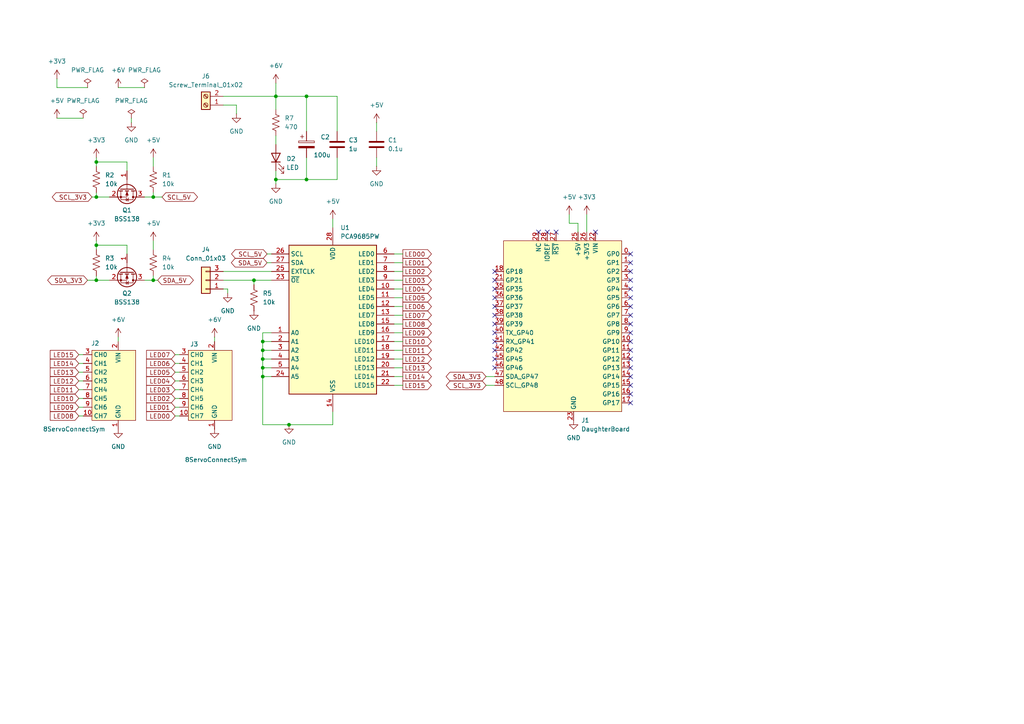
<source format=kicad_sch>
(kicad_sch (version 20231120) (generator "eeschema") (generator_version "8.0")
  (paper "A4")
  (lib_symbols
    (symbol "Connector:Screw_Terminal_01x02" (pin_names (offset 1.016) hide)
      (property "Reference" "J" (at 0 2.54 0))
      (property "Value" "Screw_Terminal_01x02" (at 0 -5.08 0))
      (symbol "Screw_Terminal_01x02_1_1"
        (rectangle (start -1.27 1.27) (end 1.27 -3.81) (stroke (width 0.254)) (fill (type background)))
        (circle (center 0 -2.54) (radius 0.635) (stroke (width 0.1524)))
        (polyline (pts (xy -0.5334 -2.2098) (xy 0.3302 -3.048)) (stroke (width 0.1524)))
        (polyline (pts (xy -0.5334 0.3302) (xy 0.3302 -0.508)) (stroke (width 0.1524)))
        (polyline (pts (xy -0.3556 -2.032) (xy 0.508 -2.8702)) (stroke (width 0.1524)))
        (polyline (pts (xy -0.3556 0.508) (xy 0.508 -0.3302)) (stroke (width 0.1524)))
        (circle (center 0 0) (radius 0.635) (stroke (width 0.1524)))
        (pin passive line (at -5.08 0 0) (length 3.81) (name "Pin_1") (number "1"))
        (pin passive line (at -5.08 -2.54 0) (length 3.81) (name "Pin_2") (number "2"))
      )
    )
    (symbol "Connector_Generic:Conn_01x03" (pin_names (offset 1.016) hide)
      (property "Reference" "J" (at 0 5.08 0))
      (property "Value" "Conn_01x03" (at 0 -5.08 0))
      (symbol "Conn_01x03_1_1"
        (rectangle (start -1.27 -2.413) (end 0 -2.667) (stroke (width 0.1524)))
        (rectangle (start -1.27 0.127) (end 0 -0.127) (stroke (width 0.1524)))
        (rectangle (start -1.27 2.667) (end 0 2.413) (stroke (width 0.1524)))
        (rectangle (start -1.27 3.81) (end 1.27 -3.81) (stroke (width 0.254)) (fill (type background)))
        (pin passive line (at -5.08 2.54 0) (length 3.81) (name "Pin_1") (number "1"))
        (pin passive line (at -5.08 0 0) (length 3.81) (name "Pin_2") (number "2"))
        (pin passive line (at -5.08 -2.54 0) (length 3.81) (name "Pin_3") (number "3"))
      )
    )
    (symbol "Device:C" (pin_numbers hide) (pin_names (offset 0.254))
      (property "Reference" "C" (at 0.635 2.54 0))
      (property "Value" "C" (at 0.635 -2.54 0))
      (symbol "C_0_1"
        (polyline (pts (xy -2.032 -0.762) (xy 2.032 -0.762)) (stroke (width 0.508)))
        (polyline (pts (xy -2.032 0.762) (xy 2.032 0.762)) (stroke (width 0.508)))
      )
      (symbol "C_1_1"
        (pin passive line (at 0 3.81 270) (length 2.794) (name "~") (number "1"))
        (pin passive line (at 0 -3.81 90) (length 2.794) (name "~") (number "2"))
      )
    )
    (symbol "Device:C_Polarized" (pin_numbers hide) (pin_names (offset 0.254))
      (property "Reference" "C" (at 0.635 2.54 0))
      (property "Value" "C_Polarized" (at 0.635 -2.54 0))
      (symbol "C_Polarized_0_1"
        (rectangle (start -2.286 0.508) (end 2.286 1.016))
        (polyline (pts (xy -1.778 2.286) (xy -0.762 2.286)))
        (polyline (pts (xy -1.27 2.794) (xy -1.27 1.778)))
        (rectangle (start 2.286 -0.508) (end -2.286 -1.016) (fill (type outline)))
      )
      (symbol "C_Polarized_1_1"
        (pin passive line (at 0 3.81 270) (length 2.794) (name "~") (number "1"))
        (pin passive line (at 0 -3.81 90) (length 2.794) (name "~") (number "2"))
      )
    )
    (symbol "Device:LED" (pin_numbers hide) (pin_names (offset 1.016) hide)
      (property "Reference" "D" (at 0 2.54 0))
      (property "Value" "LED" (at 0 -2.54 0))
      (symbol "LED_0_1"
        (polyline (pts (xy -1.27 -1.27) (xy -1.27 1.27)) (stroke (width 0.254)))
        (polyline (pts (xy -1.27 0) (xy 1.27 0)))
        (polyline (pts (xy 1.27 -1.27) (xy 1.27 1.27) (xy -1.27 0) (xy 1.27 -1.27)) (stroke (width 0.254)))
        (polyline (pts (xy -3.048 -0.762) (xy -4.572 -2.286) (xy -3.81 -2.286) (xy -4.572 -2.286) (xy -4.572 -1.524)))
        (polyline (pts (xy -1.778 -0.762) (xy -3.302 -2.286) (xy -2.54 -2.286) (xy -3.302 -2.286) (xy -3.302 -1.524)))
      )
      (symbol "LED_1_1"
        (pin passive line (at -3.81 0 0) (length 2.54) (name "K") (number "1"))
        (pin passive line (at 3.81 0 180) (length 2.54) (name "A") (number "2"))
      )
    )
    (symbol "Device:R_US" (pin_numbers hide) (pin_names (offset 0))
      (property "Reference" "R" (at 2.54 0 90))
      (property "Value" "R_US" (at -2.54 0 90))
      (symbol "R_US_0_1"
        (polyline (pts (xy 0 -2.286) (xy 0 -2.54)))
        (polyline (pts (xy 0 2.286) (xy 0 2.54)))
        (polyline (pts (xy 0 -0.762) (xy 1.016 -1.143) (xy 0 -1.524) (xy -1.016 -1.905) (xy 0 -2.286)))
        (polyline (pts (xy 0 0.762) (xy 1.016 0.381) (xy 0 0) (xy -1.016 -0.381) (xy 0 -0.762)))
        (polyline (pts (xy 0 2.286) (xy 1.016 1.905) (xy 0 1.524) (xy -1.016 1.143) (xy 0 0.762)))
      )
      (symbol "R_US_1_1"
        (pin passive line (at 0 3.81 270) (length 1.27) (name "~") (number "1"))
        (pin passive line (at 0 -3.81 90) (length 1.27) (name "~") (number "2"))
      )
    )
    (symbol "Driver_LED:PCA9685PW"
      (property "Reference" "U" (at -12.7 22.225 0))
      (property "Value" "PCA9685PW" (at 1.27 22.225 0))
      (symbol "PCA9685PW_0_1"
        (rectangle (start -12.7 20.32) (end 12.7 -22.86) (stroke (width 0.254)) (fill (type background)))
      )
      (symbol "PCA9685PW_1_1"
        (pin input line (at -17.78 -5.08 0) (length 5.08) (name "A0") (number "1"))
        (pin output line (at 17.78 7.62 180) (length 5.08) (name "LED4") (number "10"))
        (pin output line (at 17.78 5.08 180) (length 5.08) (name "LED5") (number "11"))
        (pin output line (at 17.78 2.54 180) (length 5.08) (name "LED6") (number "12"))
        (pin output line (at 17.78 0 180) (length 5.08) (name "LED7") (number "13"))
        (pin power_in line (at 0 -27.94 90) (length 5.08) (name "VSS") (number "14"))
        (pin output line (at 17.78 -2.54 180) (length 5.08) (name "LED8") (number "15"))
        (pin output line (at 17.78 -5.08 180) (length 5.08) (name "LED9") (number "16"))
        (pin output line (at 17.78 -7.62 180) (length 5.08) (name "LED10") (number "17"))
        (pin output line (at 17.78 -10.16 180) (length 5.08) (name "LED11") (number "18"))
        (pin output line (at 17.78 -12.7 180) (length 5.08) (name "LED12") (number "19"))
        (pin input line (at -17.78 -7.62 0) (length 5.08) (name "A1") (number "2"))
        (pin output line (at 17.78 -15.24 180) (length 5.08) (name "LED13") (number "20"))
        (pin output line (at 17.78 -17.78 180) (length 5.08) (name "LED14") (number "21"))
        (pin output line (at 17.78 -20.32 180) (length 5.08) (name "LED15") (number "22"))
        (pin input line (at -17.78 10.16 0) (length 5.08) (name "~{OE}") (number "23"))
        (pin input line (at -17.78 -17.78 0) (length 5.08) (name "A5") (number "24"))
        (pin input line (at -17.78 12.7 0) (length 5.08) (name "EXTCLK") (number "25"))
        (pin input line (at -17.78 17.78 0) (length 5.08) (name "SCL") (number "26"))
        (pin bidirectional line (at -17.78 15.24 0) (length 5.08) (name "SDA") (number "27"))
        (pin power_in line (at 0 25.4 270) (length 5.08) (name "VDD") (number "28"))
        (pin input line (at -17.78 -10.16 0) (length 5.08) (name "A2") (number "3"))
        (pin input line (at -17.78 -12.7 0) (length 5.08) (name "A3") (number "4"))
        (pin input line (at -17.78 -15.24 0) (length 5.08) (name "A4") (number "5"))
        (pin output line (at 17.78 17.78 180) (length 5.08) (name "LED0") (number "6"))
        (pin output line (at 17.78 15.24 180) (length 5.08) (name "LED1") (number "7"))
        (pin output line (at 17.78 12.7 180) (length 5.08) (name "LED2") (number "8"))
        (pin output line (at 17.78 10.16 180) (length 5.08) (name "LED3") (number "9"))
      )
    )
    (symbol "Transistor_FET:BSS138" (pin_names hide)
      (property "Reference" "Q" (at 5.08 1.905 0))
      (property "Value" "BSS138" (at 5.08 0 0))
      (symbol "BSS138_0_1"
        (polyline (pts (xy 0.254 0) (xy -2.54 0)))
        (polyline (pts (xy 0.254 1.905) (xy 0.254 -1.905)) (stroke (width 0.254)))
        (polyline (pts (xy 0.762 -1.27) (xy 0.762 -2.286)) (stroke (width 0.254)))
        (polyline (pts (xy 0.762 0.508) (xy 0.762 -0.508)) (stroke (width 0.254)))
        (polyline (pts (xy 0.762 2.286) (xy 0.762 1.27)) (stroke (width 0.254)))
        (polyline (pts (xy 2.54 2.54) (xy 2.54 1.778)))
        (polyline (pts (xy 2.54 -2.54) (xy 2.54 0) (xy 0.762 0)))
        (polyline (pts (xy 0.762 -1.778) (xy 3.302 -1.778) (xy 3.302 1.778) (xy 0.762 1.778)))
        (polyline (pts (xy 1.016 0) (xy 2.032 0.381) (xy 2.032 -0.381) (xy 1.016 0)) (fill (type outline)))
        (polyline (pts (xy 2.794 0.508) (xy 2.921 0.381) (xy 3.683 0.381) (xy 3.81 0.254)))
        (polyline (pts (xy 3.302 0.381) (xy 2.921 -0.254) (xy 3.683 -0.254) (xy 3.302 0.381)))
        (circle (center 1.651 0) (radius 2.794) (stroke (width 0.254)))
        (circle (center 2.54 -1.778) (radius 0.254) (fill (type outline)))
        (circle (center 2.54 1.778) (radius 0.254) (fill (type outline)))
      )
      (symbol "BSS138_1_1"
        (pin input line (at -5.08 0 0) (length 2.54) (name "G") (number "1"))
        (pin passive line (at 2.54 -5.08 90) (length 2.54) (name "S") (number "2"))
        (pin passive line (at 2.54 5.08 270) (length 2.54) (name "D") (number "3"))
      )
    )
    (symbol "VCC_2" (power) (pin_numbers hide) (pin_names (offset 0) hide)
      (property "Value" "VCC" (at 0 3.556 0))
      (symbol "VCC_2_0_1"
        (polyline (pts (xy -0.762 1.27) (xy 0 2.54)))
        (polyline (pts (xy 0 0) (xy 0 2.54)))
        (polyline (pts (xy 0 2.54) (xy 0.762 1.27)))
      )
      (symbol "VCC_2_1_1"
        (pin power_in line (at 0 0 90) (length 0) (name "~") (number "1"))
      )
    )
    (symbol "myparts:8ServoConnectSym"
      (property "Reference" "J" (at -17.272 -4.826 0))
      (property "Value" "8ServoConnectSym" (at -3.048 -22.606 0))
      (symbol "8ServoConnectSym_1_1"
        (rectangle (start 0 2.54) (end 12.7 -17.78) (fill (type background)))
        (pin power_in line (at 7.62 -20.32 90) (length 2.54) (name "GND") (number "1"))
        (pin input line (at -2.54 -16.51 0) (length 2.54) (name "CH7") (number "10"))
        (pin power_in line (at 7.62 5.08 270) (length 2.54) (name "VIN") (number "2"))
        (pin input line (at -2.54 1.27 0) (length 2.54) (name "CH0") (number "3"))
        (pin input line (at -2.54 -1.27 0) (length 2.54) (name "CH1") (number "4"))
        (pin input line (at -2.54 -3.81 0) (length 2.54) (name "CH2") (number "5"))
        (pin input line (at -2.54 -6.35 0) (length 2.54) (name "CH3") (number "6"))
        (pin input line (at -2.54 -8.89 0) (length 2.54) (name "CH4") (number "7"))
        (pin input line (at -2.54 -11.43 0) (length 2.54) (name "CH5") (number "8"))
        (pin input line (at -2.54 -13.97 0) (length 2.54) (name "CH6") (number "9"))
      )
    )
    (symbol "myparts:DaughterBoard"
      (property "Reference" "J" (at -19.304 -42.926 0))
      (property "Value" "DaughterBoard" (at -26.67 12.954 0))
      (symbol "DaughterBoard_1_1"
        (rectangle (start -20.32 8.89) (end 13.97 -40.64) (fill (type background)))
        (pin bidirectional line (at 16.51 5.08 180) (length 2.54) (name "GP0") (number "0"))
        (pin bidirectional line (at 16.51 2.54 180) (length 2.54) (name "GP1") (number "1"))
        (pin bidirectional line (at 16.51 -20.32 180) (length 2.54) (name "GP10") (number "10"))
        (pin bidirectional line (at 16.51 -22.86 180) (length 2.54) (name "GP11") (number "11"))
        (pin bidirectional line (at 16.51 -25.4 180) (length 2.54) (name "GP12") (number "12"))
        (pin bidirectional line (at 16.51 -27.94 180) (length 2.54) (name "GP13") (number "13"))
        (pin bidirectional line (at 16.51 -30.48 180) (length 2.54) (name "GP14") (number "14"))
        (pin bidirectional line (at 16.51 -33.02 180) (length 2.54) (name "GP15") (number "15"))
        (pin bidirectional line (at 16.51 -35.56 180) (length 2.54) (name "GP16") (number "16"))
        (pin bidirectional line (at 16.51 -38.1 180) (length 2.54) (name "GP17") (number "17"))
        (pin bidirectional line (at -22.86 0 0) (length 2.54) (name "GP18") (number "18"))
        (pin bidirectional line (at 16.51 0 180) (length 2.54) (name "GP2") (number "2"))
        (pin bidirectional line (at -22.86 -2.54 0) (length 2.54) (name "GP21") (number "21"))
        (pin power_in line (at 6.35 11.43 270) (length 2.54) (name "VIN") (number "22"))
        (pin power_in line (at 0 -43.18 90) (length 2.54) (name "GND") (number "23"))
        (pin power_in line (at 0 -43.18 90) (length 2.54) hide (name "GND") (number "24"))
        (pin power_in line (at 1.27 11.43 270) (length 2.54) (name "+5V") (number "25"))
        (pin power_in line (at 3.81 11.43 270) (length 2.54) (name "+3V3") (number "26"))
        (pin input line (at -5.08 11.43 270) (length 2.54) (name "~{RST}") (number "27"))
        (pin bidirectional line (at -7.62 11.43 270) (length 2.54) (name "IOREF") (number "28"))
        (pin bidirectional line (at -10.16 11.43 270) (length 2.54) (name "NC") (number "29"))
        (pin bidirectional line (at 16.51 -2.54 180) (length 2.54) (name "GP3") (number "3"))
        (pin power_in line (at 0 -43.18 90) (length 2.54) hide (name "GND") (number "30"))
        (pin power_in line (at 3.81 11.43 270) (length 2.54) hide (name "+3V3") (number "32"))
        (pin bidirectional line (at -22.86 -5.08 0) (length 2.54) (name "GP35") (number "35"))
        (pin bidirectional line (at -22.86 -7.62 0) (length 2.54) (name "GP36") (number "36"))
        (pin bidirectional line (at -22.86 -10.16 0) (length 2.54) (name "GP37") (number "37"))
        (pin bidirectional line (at -22.86 -12.7 0) (length 2.54) (name "GP38") (number "38"))
        (pin bidirectional line (at -22.86 -15.24 0) (length 2.54) (name "GP39") (number "39"))
        (pin bidirectional line (at 16.51 -5.08 180) (length 2.54) (name "GP4") (number "4"))
        (pin bidirectional line (at -22.86 -17.78 0) (length 2.54) (name "TX_GP40") (number "40"))
        (pin bidirectional line (at -22.86 -20.32 0) (length 2.54) (name "RX_GP41") (number "41"))
        (pin bidirectional line (at -22.86 -22.86 0) (length 2.54) (name "GP42") (number "42"))
        (pin bidirectional line (at -22.86 -25.4 0) (length 2.54) (name "GP45") (number "45"))
        (pin bidirectional line (at -22.86 -27.94 0) (length 2.54) (name "GP46") (number "46"))
        (pin bidirectional line (at -22.86 -30.48 0) (length 2.54) (name "SDA_GP47") (number "47"))
        (pin bidirectional line (at -22.86 -33.02 0) (length 2.54) (name "SCL_GP48") (number "48"))
        (pin bidirectional line (at 16.51 -7.62 180) (length 2.54) (name "GP5") (number "5"))
        (pin bidirectional line (at 16.51 -10.16 180) (length 2.54) (name "GP6") (number "6"))
        (pin bidirectional line (at 16.51 -12.7 180) (length 2.54) (name "GP7") (number "7"))
        (pin bidirectional line (at 16.51 -15.24 180) (length 2.54) (name "GP8") (number "8"))
        (pin bidirectional line (at 16.51 -17.78 180) (length 2.54) (name "GP9") (number "9"))
      )
    )
    (symbol "power:+3V3" (power) (pin_numbers hide) (pin_names (offset 0) hide)
      (property "Value" "+3V3" (at 0 3.556 0))
      (symbol "+3V3_0_1"
        (polyline (pts (xy -0.762 1.27) (xy 0 2.54)))
        (polyline (pts (xy 0 0) (xy 0 2.54)))
        (polyline (pts (xy 0 2.54) (xy 0.762 1.27)))
      )
      (symbol "+3V3_1_1"
        (pin power_in line (at 0 0 90) (length 0) (name "~") (number "1"))
      )
    )
    (symbol "power:+5V" (power) (pin_numbers hide) (pin_names (offset 0) hide)
      (property "Value" "+5V" (at 0 3.556 0))
      (symbol "+5V_0_1"
        (polyline (pts (xy -0.762 1.27) (xy 0 2.54)))
        (polyline (pts (xy 0 0) (xy 0 2.54)))
        (polyline (pts (xy 0 2.54) (xy 0.762 1.27)))
      )
      (symbol "+5V_1_1"
        (pin power_in line (at 0 0 90) (length 0) (name "~") (number "1"))
      )
    )
    (symbol "power:+6V" (power) (pin_numbers hide) (pin_names (offset 0) hide)
      (property "Value" "+6V" (at 0 3.556 0))
      (symbol "+6V_0_1"
        (polyline (pts (xy -0.762 1.27) (xy 0 2.54)))
        (polyline (pts (xy 0 0) (xy 0 2.54)))
        (polyline (pts (xy 0 2.54) (xy 0.762 1.27)))
      )
      (symbol "+6V_1_1"
        (pin power_in line (at 0 0 90) (length 0) (name "~") (number "1"))
      )
    )
    (symbol "power:GND" (power) (pin_numbers hide) (pin_names (offset 0) hide)
      (property "Value" "GND" (at 0 -3.81 0))
      (symbol "GND_0_1"
        (polyline (pts (xy 0 0) (xy 0 -1.27) (xy 1.27 -1.27) (xy 0 -2.54) (xy -1.27 -1.27) (xy 0 -1.27)))
      )
      (symbol "GND_1_1"
        (pin power_in line (at 0 0 270) (length 0) (name "~") (number "1"))
      )
    )
    (symbol "power:PWR_FLAG" (power) (pin_numbers hide) (pin_names (offset 0) hide)
      (property "Value" "PWR_FLAG" (at 0 3.81 0))
      (symbol "PWR_FLAG_0_0"
        (pin power_out line (at 0 0 90) (length 0) (name "~") (number "1"))
      )
      (symbol "PWR_FLAG_0_1"
        (polyline (pts (xy 0 0) (xy 0 1.27) (xy -1.016 1.905) (xy 0 2.54) (xy 1.016 1.905) (xy 0 1.27)))
      )
    )
  )
  (junction (at 88.9 27.94))
  (junction (at 80.01 27.94))
  (junction (at 27.94 57.15))
  (junction (at 44.45 57.15))
  (junction (at 76.2 101.6))
  (junction (at 27.94 81.28))
  (junction (at 27.94 46.99))
  (junction (at 83.82 123.19))
  (junction (at 88.9 52.07))
  (junction (at 76.2 104.14))
  (junction (at 27.94 71.12))
  (junction (at 76.2 109.22))
  (junction (at 76.2 106.68))
  (junction (at 44.45 81.28))
  (junction (at 76.2 99.06))
  (junction (at 80.01 52.07))
  (junction (at 73.66 81.28))
  (no_connect (at 143.51 106.68))
  (no_connect (at 182.88 99.06))
  (no_connect (at 172.72 67.31))
  (no_connect (at 143.51 88.9))
  (no_connect (at 143.51 104.14))
  (no_connect (at 143.51 78.74))
  (no_connect (at 143.51 81.28))
  (no_connect (at 182.88 76.2))
  (no_connect (at 161.29 67.31))
  (no_connect (at 182.88 114.3))
  (no_connect (at 182.88 96.52))
  (no_connect (at 182.88 111.76))
  (no_connect (at 143.51 86.36))
  (no_connect (at 182.88 101.6))
  (no_connect (at 182.88 81.28))
  (no_connect (at 143.51 91.44))
  (no_connect (at 182.88 78.74))
  (no_connect (at 156.21 67.31))
  (no_connect (at 182.88 86.36))
  (no_connect (at 143.51 83.82))
  (no_connect (at 182.88 73.66))
  (no_connect (at 143.51 96.52))
  (no_connect (at 182.88 88.9))
  (no_connect (at 182.88 91.44))
  (no_connect (at 158.75 67.31))
  (no_connect (at 182.88 104.14))
  (no_connect (at 143.51 93.98))
  (no_connect (at 182.88 83.82))
  (no_connect (at 182.88 116.84))
  (no_connect (at 143.51 99.06))
  (no_connect (at 182.88 106.68))
  (no_connect (at 182.88 109.22))
  (no_connect (at 143.51 101.6))
  (no_connect (at 182.88 93.98))
  (wire (pts (xy 64.77 27.94) (xy 80.01 27.94)))
  (wire (pts (xy 170.18 62.23) (xy 170.18 67.31)))
  (wire (pts (xy 22.86 120.65) (xy 24.13 120.65)))
  (wire (pts (xy 16.51 25.4) (xy 25.4 25.4)))
  (wire (pts (xy 114.3 109.22) (xy 116.84 109.22)))
  (wire (pts (xy 22.86 113.03) (xy 24.13 113.03)))
  (wire (pts (xy 64.77 78.74) (xy 78.74 78.74)))
  (wire (pts (xy 114.3 76.2) (xy 116.84 76.2)))
  (wire (pts (xy 80.01 39.37) (xy 80.01 41.91)))
  (wire (pts (xy 76.2 104.14) (xy 78.74 104.14)))
  (wire (pts (xy 76.2 99.06) (xy 78.74 99.06)))
  (wire (pts (xy 109.22 45.72) (xy 109.22 48.26)))
  (wire (pts (xy 76.2 109.22) (xy 76.2 123.19)))
  (wire (pts (xy 97.79 27.94) (xy 97.79 38.1)))
  (wire (pts (xy 114.3 93.98) (xy 116.84 93.98)))
  (wire (pts (xy 27.94 55.88) (xy 27.94 57.15)))
  (wire (pts (xy 34.29 25.4) (xy 41.91 25.4)))
  (wire (pts (xy 88.9 27.94) (xy 97.79 27.94)))
  (wire (pts (xy 50.8 113.03) (xy 52.07 113.03)))
  (wire (pts (xy 50.8 110.49) (xy 52.07 110.49)))
  (wire (pts (xy 77.47 73.66) (xy 78.74 73.66)))
  (wire (pts (xy 22.86 110.49) (xy 24.13 110.49)))
  (wire (pts (xy 114.3 91.44) (xy 116.84 91.44)))
  (wire (pts (xy 44.45 55.88) (xy 44.45 57.15)))
  (wire (pts (xy 88.9 45.72) (xy 88.9 52.07)))
  (wire (pts (xy 114.3 86.36) (xy 116.84 86.36)))
  (wire (pts (xy 22.86 115.57) (xy 24.13 115.57)))
  (wire (pts (xy 80.01 27.94) (xy 88.9 27.94)))
  (wire (pts (xy 50.8 120.65) (xy 52.07 120.65)))
  (wire (pts (xy 31.75 57.15) (xy 27.94 57.15)))
  (wire (pts (xy 73.66 81.28) (xy 73.66 82.55)))
  (wire (pts (xy 50.8 105.41) (xy 52.07 105.41)))
  (wire (pts (xy 114.3 101.6) (xy 116.84 101.6)))
  (wire (pts (xy 44.45 80.01) (xy 44.45 81.28)))
  (wire (pts (xy 114.3 111.76) (xy 116.84 111.76)))
  (wire (pts (xy 76.2 123.19) (xy 83.82 123.19)))
  (wire (pts (xy 50.8 107.95) (xy 52.07 107.95)))
  (wire (pts (xy 41.91 81.28) (xy 44.45 81.28)))
  (wire (pts (xy 34.29 97.79) (xy 34.29 99.06)))
  (wire (pts (xy 64.77 81.28) (xy 73.66 81.28)))
  (wire (pts (xy 44.45 81.28) (xy 45.72 81.28)))
  (wire (pts (xy 140.97 111.76) (xy 143.51 111.76)))
  (wire (pts (xy 16.51 34.29) (xy 24.13 34.29)))
  (wire (pts (xy 114.3 78.74) (xy 116.84 78.74)))
  (wire (pts (xy 36.83 71.12) (xy 36.83 73.66)))
  (wire (pts (xy 31.75 81.28) (xy 27.94 81.28)))
  (wire (pts (xy 64.77 30.48) (xy 68.58 30.48)))
  (wire (pts (xy 76.2 104.14) (xy 76.2 101.6)))
  (wire (pts (xy 114.3 106.68) (xy 116.84 106.68)))
  (wire (pts (xy 78.74 109.22) (xy 76.2 109.22)))
  (wire (pts (xy 80.01 52.07) (xy 80.01 53.34)))
  (wire (pts (xy 165.1 64.77) (xy 167.64 64.77)))
  (wire (pts (xy 96.52 63.5) (xy 96.52 66.04)))
  (wire (pts (xy 83.82 123.19) (xy 96.52 123.19)))
  (wire (pts (xy 16.51 22.86) (xy 16.51 25.4)))
  (wire (pts (xy 80.01 27.94) (xy 80.01 31.75)))
  (wire (pts (xy 36.83 46.99) (xy 36.83 49.53)))
  (wire (pts (xy 64.77 83.82) (xy 66.04 83.82)))
  (wire (pts (xy 27.94 80.01) (xy 27.94 81.28)))
  (wire (pts (xy 22.86 118.11) (xy 24.13 118.11)))
  (wire (pts (xy 76.2 101.6) (xy 78.74 101.6)))
  (wire (pts (xy 38.1 34.29) (xy 38.1 35.56)))
  (wire (pts (xy 114.3 99.06) (xy 116.84 99.06)))
  (wire (pts (xy 76.2 106.68) (xy 76.2 104.14)))
  (wire (pts (xy 77.47 76.2) (xy 78.74 76.2)))
  (wire (pts (xy 140.97 109.22) (xy 143.51 109.22)))
  (wire (pts (xy 44.45 45.72) (xy 44.45 48.26)))
  (wire (pts (xy 80.01 52.07) (xy 88.9 52.07)))
  (wire (pts (xy 167.64 64.77) (xy 167.64 67.31)))
  (wire (pts (xy 22.86 105.41) (xy 24.13 105.41)))
  (wire (pts (xy 62.23 97.79) (xy 62.23 99.06)))
  (wire (pts (xy 76.2 101.6) (xy 76.2 99.06)))
  (wire (pts (xy 97.79 52.07) (xy 88.9 52.07)))
  (wire (pts (xy 96.52 119.38) (xy 96.52 123.19)))
  (wire (pts (xy 68.58 30.48) (xy 68.58 33.02)))
  (wire (pts (xy 80.01 49.53) (xy 80.01 52.07)))
  (wire (pts (xy 27.94 45.72) (xy 27.94 46.99)))
  (wire (pts (xy 88.9 38.1) (xy 88.9 27.94)))
  (wire (pts (xy 44.45 57.15) (xy 46.99 57.15)))
  (wire (pts (xy 50.8 102.87) (xy 52.07 102.87)))
  (wire (pts (xy 27.94 46.99) (xy 27.94 48.26)))
  (wire (pts (xy 114.3 104.14) (xy 116.84 104.14)))
  (wire (pts (xy 27.94 71.12) (xy 36.83 71.12)))
  (wire (pts (xy 66.04 83.82) (xy 66.04 85.09)))
  (wire (pts (xy 165.1 62.23) (xy 165.1 64.77)))
  (wire (pts (xy 80.01 24.13) (xy 80.01 27.94)))
  (wire (pts (xy 73.66 81.28) (xy 78.74 81.28)))
  (wire (pts (xy 114.3 96.52) (xy 116.84 96.52)))
  (wire (pts (xy 76.2 106.68) (xy 78.74 106.68)))
  (wire (pts (xy 76.2 96.52) (xy 78.74 96.52)))
  (wire (pts (xy 22.86 107.95) (xy 24.13 107.95)))
  (wire (pts (xy 114.3 81.28) (xy 116.84 81.28)))
  (wire (pts (xy 114.3 88.9) (xy 116.84 88.9)))
  (wire (pts (xy 50.8 118.11) (xy 52.07 118.11)))
  (wire (pts (xy 26.67 57.15) (xy 27.94 57.15)))
  (wire (pts (xy 76.2 109.22) (xy 76.2 106.68)))
  (wire (pts (xy 25.4 81.28) (xy 27.94 81.28)))
  (wire (pts (xy 27.94 46.99) (xy 36.83 46.99)))
  (wire (pts (xy 109.22 35.56) (xy 109.22 38.1)))
  (wire (pts (xy 44.45 69.85) (xy 44.45 72.39)))
  (wire (pts (xy 50.8 115.57) (xy 52.07 115.57)))
  (wire (pts (xy 114.3 73.66) (xy 116.84 73.66)))
  (wire (pts (xy 76.2 99.06) (xy 76.2 96.52)))
  (wire (pts (xy 22.86 102.87) (xy 24.13 102.87)))
  (wire (pts (xy 27.94 71.12) (xy 27.94 72.39)))
  (wire (pts (xy 97.79 45.72) (xy 97.79 52.07)))
  (wire (pts (xy 114.3 83.82) (xy 116.84 83.82)))
  (wire (pts (xy 41.91 57.15) (xy 44.45 57.15)))
  (wire (pts (xy 27.94 69.85) (xy 27.94 71.12)))
  (global_label "SDA_3V3" (shape bidirectional) (at 140.97 109.22 180) (property "Intersheetrefs" "${INTERSHEET_REFS}" (effects (hide yes))))
  (global_label "LED13" (shape output) (at 116.84 106.68 0) (property "Intersheetrefs" "${INTERSHEET_REFS}" (effects (hide yes))))
  (global_label "LED13" (shape input) (at 22.86 107.95 180) (property "Intersheetrefs" "${INTERSHEET_REFS}" (effects (hide yes))))
  (global_label "SCL_3V3" (shape bidirectional) (at 26.67 57.15 180) (property "Intersheetrefs" "${INTERSHEET_REFS}" (effects (hide yes))))
  (global_label "LED07" (shape input) (at 50.8 102.87 180) (property "Intersheetrefs" "${INTERSHEET_REFS}" (effects (hide yes))))
  (global_label "LED15" (shape input) (at 22.86 102.87 180) (property "Intersheetrefs" "${INTERSHEET_REFS}" (effects (hide yes))))
  (global_label "LED04" (shape output) (at 116.84 83.82 0) (property "Intersheetrefs" "${INTERSHEET_REFS}" (effects (hide yes))))
  (global_label "LED02" (shape input) (at 50.8 115.57 180) (property "Intersheetrefs" "${INTERSHEET_REFS}" (effects (hide yes))))
  (global_label "LED09" (shape input) (at 22.86 118.11 180) (property "Intersheetrefs" "${INTERSHEET_REFS}" (effects (hide yes))))
  (global_label "SDA_5V" (shape bidirectional) (at 77.47 76.2 180) (property "Intersheetrefs" "${INTERSHEET_REFS}" (effects (hide yes))))
  (global_label "LED08" (shape input) (at 22.86 120.65 180) (property "Intersheetrefs" "${INTERSHEET_REFS}" (effects (hide yes))))
  (global_label "LED12" (shape output) (at 116.84 104.14 0) (property "Intersheetrefs" "${INTERSHEET_REFS}" (effects (hide yes))))
  (global_label "SDA_5V" (shape bidirectional) (at 45.72 81.28 0) (property "Intersheetrefs" "${INTERSHEET_REFS}" (effects (hide yes))))
  (global_label "SCL_5V" (shape bidirectional) (at 77.47 73.66 180) (property "Intersheetrefs" "${INTERSHEET_REFS}" (effects (hide yes))))
  (global_label "LED06" (shape output) (at 116.84 88.9 0) (property "Intersheetrefs" "${INTERSHEET_REFS}" (effects (hide yes))))
  (global_label "LED05" (shape output) (at 116.84 86.36 0) (property "Intersheetrefs" "${INTERSHEET_REFS}" (effects (hide yes))))
  (global_label "SDA_3V3" (shape bidirectional) (at 25.4 81.28 180) (property "Intersheetrefs" "${INTERSHEET_REFS}" (effects (hide yes))))
  (global_label "LED06" (shape input) (at 50.8 105.41 180) (property "Intersheetrefs" "${INTERSHEET_REFS}" (effects (hide yes))))
  (global_label "LED14" (shape output) (at 116.84 109.22 0) (property "Intersheetrefs" "${INTERSHEET_REFS}" (effects (hide yes))))
  (global_label "LED14" (shape input) (at 22.86 105.41 180) (property "Intersheetrefs" "${INTERSHEET_REFS}" (effects (hide yes))))
  (global_label "LED00" (shape input) (at 50.8 120.65 180) (property "Intersheetrefs" "${INTERSHEET_REFS}" (effects (hide yes))))
  (global_label "LED02" (shape output) (at 116.84 78.74 0) (property "Intersheetrefs" "${INTERSHEET_REFS}" (effects (hide yes))))
  (global_label "LED10" (shape output) (at 116.84 99.06 0) (property "Intersheetrefs" "${INTERSHEET_REFS}" (effects (hide yes))))
  (global_label "LED09" (shape output) (at 116.84 96.52 0) (property "Intersheetrefs" "${INTERSHEET_REFS}" (effects (hide yes))))
  (global_label "SCL_5V" (shape bidirectional) (at 46.99 57.15 0) (property "Intersheetrefs" "${INTERSHEET_REFS}" (effects (hide yes))))
  (global_label "LED01" (shape output) (at 116.84 76.2 0) (property "Intersheetrefs" "${INTERSHEET_REFS}" (effects (hide yes))))
  (global_label "LED12" (shape input) (at 22.86 110.49 180) (property "Intersheetrefs" "${INTERSHEET_REFS}" (effects (hide yes))))
  (global_label "LED08" (shape output) (at 116.84 93.98 0) (property "Intersheetrefs" "${INTERSHEET_REFS}" (effects (hide yes))))
  (global_label "LED11" (shape output) (at 116.84 101.6 0) (property "Intersheetrefs" "${INTERSHEET_REFS}" (effects (hide yes))))
  (global_label "LED11" (shape input) (at 22.86 113.03 180) (property "Intersheetrefs" "${INTERSHEET_REFS}" (effects (hide yes))))
  (global_label "LED15" (shape output) (at 116.84 111.76 0) (property "Intersheetrefs" "${INTERSHEET_REFS}" (effects (hide yes))))
  (global_label "LED10" (shape input) (at 22.86 115.57 180) (property "Intersheetrefs" "${INTERSHEET_REFS}" (effects (hide yes))))
  (global_label "LED05" (shape input) (at 50.8 107.95 180) (property "Intersheetrefs" "${INTERSHEET_REFS}" (effects (hide yes))))
  (global_label "LED07" (shape output) (at 116.84 91.44 0) (property "Intersheetrefs" "${INTERSHEET_REFS}" (effects (hide yes))))
  (global_label "LED04" (shape input) (at 50.8 110.49 180) (property "Intersheetrefs" "${INTERSHEET_REFS}" (effects (hide yes))))
  (global_label "LED03" (shape output) (at 116.84 81.28 0) (property "Intersheetrefs" "${INTERSHEET_REFS}" (effects (hide yes))))
  (global_label "LED01" (shape input) (at 50.8 118.11 180) (property "Intersheetrefs" "${INTERSHEET_REFS}" (effects (hide yes))))
  (global_label "LED03" (shape input) (at 50.8 113.03 180) (property "Intersheetrefs" "${INTERSHEET_REFS}" (effects (hide yes))))
  (global_label "LED00" (shape output) (at 116.84 73.66 0) (property "Intersheetrefs" "${INTERSHEET_REFS}" (effects (hide yes))))
  (global_label "SCL_3V3" (shape bidirectional) (at 140.97 111.76 180) (property "Intersheetrefs" "${INTERSHEET_REFS}" (effects (hide yes))))
  (symbol (lib_id "myparts:8ServoConnectSym") (at 26.67 104.14 0) (unit 1)
    (property "Reference" "J2" (at 26.416 99.568 0) (effects (justify left)))
    (property "Value" "8ServoConnectSym" (at 12.446 124.46 0) (effects (justify left)))
    (property "Footprint" "myparts:8ServoConnect" (effects (hide yes)))
  )
  (symbol (lib_id "power:GND") (at 38.1 35.56 0) (unit 1)
    (property "Reference" "#PWR022" (effects (hide yes)))
    (property "Value" "GND" (at 38.1 40.64 0))
    (property "Description" "Power symbol creates a global label with name \"GND\" , ground" (effects (hide yes)))
  )
  (symbol (lib_id "Device:R_US") (at 27.94 76.2 0) (unit 1)
    (property "Reference" "R3" (at 30.48 74.9299 0) (effects (justify left)))
    (property "Value" "10k" (at 30.48 77.4699 0) (effects (justify left)))
    (property "Footprint" "Resistor_SMD:R_1206_3216Metric_Pad1.30x1.75mm_HandSolder" (effects (hide yes)))
    (property "Description" "Resistor, US symbol" (effects (hide yes)))
  )
  (symbol (lib_id "Device:R_US") (at 73.66 86.36 0) (unit 1)
    (property "Reference" "R5" (at 76.2 85.0899 0) (effects (justify left)))
    (property "Value" "10k" (at 76.2 87.6299 0) (effects (justify left)))
    (property "Footprint" "Resistor_SMD:R_1206_3216Metric_Pad1.30x1.75mm_HandSolder" (effects (hide yes)))
    (property "Description" "Resistor, US symbol" (effects (hide yes)))
  )
  (symbol (lib_id "Device:LED") (at 80.01 45.72 90) (unit 1)
    (property "Reference" "D2" (at 83.058 46.0375 90) (effects (justify right)))
    (property "Value" "LED" (at 83.058 48.5775 90) (effects (justify right)))
    (property "Footprint" "LED_SMD:LED_1206_3216Metric_Pad1.42x1.75mm_HandSolder" (effects (hide yes)))
  )
  (symbol (lib_id "power:+5V") (at 109.22 35.56 0) (unit 1)
    (property "Reference" "#PWR023" (effects (hide yes)))
    (property "Value" "+5V" (at 109.22 30.48 0))
    (property "Description" "Power symbol creates a global label with name \"+5V\"" (effects (hide yes)))
  )
  (symbol (lib_id "power:+5V") (at 96.52 63.5 0) (unit 1)
    (property "Reference" "#PWR06" (effects (hide yes)))
    (property "Value" "+5V" (at 96.52 58.42 0))
    (property "Description" "Power symbol creates a global label with name \"+5V\"" (effects (hide yes)))
  )
  (symbol (lib_id "power:PWR_FLAG") (at 25.4 25.4 0) (unit 1)
    (property "Reference" "#FLG01" (effects (hide yes)))
    (property "Value" "PWR_FLAG" (at 25.4 20.32 0))
    (property "Description" "Special symbol for telling ERC where power comes from" (effects (hide yes)))
  )
  (symbol (lib_id "Device:R_US") (at 44.45 52.07 0) (unit 1)
    (property "Reference" "R1" (at 46.99 50.7999 0) (effects (justify left)))
    (property "Value" "10k" (at 46.99 53.3399 0) (effects (justify left)))
    (property "Footprint" "Resistor_SMD:R_1206_3216Metric_Pad1.30x1.75mm_HandSolder" (effects (hide yes)))
    (property "Description" "Resistor, US symbol" (effects (hide yes)))
  )
  (symbol (lib_id "Driver_LED:PCA9685PW") (at 96.52 91.44 0) (unit 1)
    (property "Reference" "U1" (at 98.7141 66.04 0) (effects (justify left)))
    (property "Value" "PCA9685PW" (at 98.7141 68.58 0) (effects (justify left)))
    (property "Footprint" "Package_SO:TSSOP-28_4.4x9.7mm_P0.65mm" (effects (hide yes)))
    (property "Datasheet" "http://www.nxp.com/docs/en/data-sheet/PCA9685.pdf" (effects (hide yes)))
    (property "Description" "16-channel 12-bit PWM Fm+ I2C-bus LED controller RGBA TSSOP" (effects (hide yes)))
  )
  (symbol (lib_id "power:GND") (at 80.01 53.34 0) (unit 1)
    (property "Reference" "#PWR017" (effects (hide yes)))
    (property "Value" "GND" (at 80.01 58.42 0))
    (property "Description" "Power symbol creates a global label with name \"GND\" , ground" (effects (hide yes)))
  )
  (symbol (lib_id "power:GND") (at 109.22 48.26 0) (unit 1)
    (property "Reference" "#PWR024" (effects (hide yes)))
    (property "Value" "GND" (at 109.22 53.34 0))
    (property "Description" "Power symbol creates a global label with name \"GND\" , ground" (effects (hide yes)))
  )
  (symbol (lib_name "VCC_2") (lib_id "power:VCC") (at 80.01 24.13 0) (unit 1)
    (property "Reference" "#PWR016" (effects (hide yes)))
    (property "Value" "+6V" (at 80.01 19.05 0))
    (property "Description" "Power symbol creates a global label with name \"VCC\"" (effects (hide yes)))
  )
  (symbol (lib_id "power:+5V") (at 16.51 34.29 0) (unit 1)
    (property "Reference" "#PWR020" (effects (hide yes)))
    (property "Value" "+5V" (at 16.51 29.21 0))
    (property "Description" "Power symbol creates a global label with name \"+5V\"" (effects (hide yes)))
  )
  (symbol (lib_id "power:PWR_FLAG") (at 38.1 34.29 0) (unit 1)
    (property "Reference" "#FLG04" (effects (hide yes)))
    (property "Value" "PWR_FLAG" (at 38.1 29.21 0))
    (property "Description" "Special symbol for telling ERC where power comes from" (effects (hide yes)))
  )
  (symbol (lib_id "power:+5V") (at 44.45 45.72 0) (unit 1)
    (property "Reference" "#PWR02" (effects (hide yes)))
    (property "Value" "+5V" (at 44.45 40.64 0))
    (property "Description" "Power symbol creates a global label with name \"+5V\"" (effects (hide yes)))
  )
  (symbol (lib_id "power:+3V3") (at 27.94 45.72 0) (unit 1)
    (property "Reference" "#PWR01" (effects (hide yes)))
    (property "Value" "+3V3" (at 27.94 40.64 0))
    (property "Description" "Power symbol creates a global label with name \"+3V3\"" (effects (hide yes)))
  )
  (symbol (lib_id "power:+3V3") (at 16.51 22.86 0) (unit 1)
    (property "Reference" "#PWR019" (effects (hide yes)))
    (property "Value" "+3V3" (at 16.51 17.78 0))
    (property "Description" "Power symbol creates a global label with name \"+3V3\"" (effects (hide yes)))
  )
  (symbol (lib_id "Transistor_FET:BSS138") (at 36.83 54.61 270) (unit 1)
    (property "Reference" "Q1" (at 36.83 60.96 90))
    (property "Value" "BSS138" (at 36.83 63.5 90))
    (property "Footprint" "Package_TO_SOT_SMD:SOT-23" (effects (hide yes)))
    (property "Datasheet" "https://www.onsemi.com/pub/Collateral/BSS138-D.PDF" (effects (hide yes)))
    (property "Description" "50V Vds, 0.22A Id, N-Channel MOSFET, SOT-23" (effects (hide yes)))
  )
  (symbol (lib_id "power:+5V") (at 44.45 69.85 0) (unit 1)
    (property "Reference" "#PWR04" (effects (hide yes)))
    (property "Value" "+5V" (at 44.45 64.77 0))
    (property "Description" "Power symbol creates a global label with name \"+5V\"" (effects (hide yes)))
  )
  (symbol (lib_id "power:GND") (at 73.66 90.17 0) (unit 1)
    (property "Reference" "#PWR015" (effects (hide yes)))
    (property "Value" "GND" (at 73.66 95.25 0))
    (property "Description" "Power symbol creates a global label with name \"GND\" , ground" (effects (hide yes)))
  )
  (symbol (lib_id "myparts:DaughterBoard") (at 166.37 78.74 0) (unit 1)
    (property "Reference" "J1" (at 168.5641 121.92 0) (effects (justify left)))
    (property "Value" "DaughterBoard" (at 168.5641 124.46 0) (effects (justify left)))
    (property "Footprint" "myparts:DaughterBoardTemplate" (effects (hide yes)))
  )
  (symbol (lib_id "power:+3V3") (at 170.18 62.23 0) (unit 1)
    (property "Reference" "#PWR08" (effects (hide yes)))
    (property "Value" "+3V3" (at 170.18 57.15 0))
    (property "Description" "Power symbol creates a global label with name \"+3V3\"" (effects (hide yes)))
  )
  (symbol (lib_id "Transistor_FET:BSS138") (at 36.83 78.74 270) (unit 1)
    (property "Reference" "Q2" (at 36.83 85.09 90))
    (property "Value" "BSS138" (at 36.83 87.63 90))
    (property "Footprint" "Package_TO_SOT_SMD:SOT-23" (effects (hide yes)))
    (property "Datasheet" "https://www.onsemi.com/pub/Collateral/BSS138-D.PDF" (effects (hide yes)))
    (property "Description" "50V Vds, 0.22A Id, N-Channel MOSFET, SOT-23" (effects (hide yes)))
  )
  (symbol (lib_id "power:GND") (at 34.29 124.46 0) (unit 1)
    (property "Reference" "#PWR010" (effects (hide yes)))
    (property "Value" "GND" (at 34.29 129.54 0))
    (property "Description" "Power symbol creates a global label with name \"GND\" , ground" (effects (hide yes)))
  )
  (symbol (lib_id "Device:R_US") (at 80.01 35.56 0) (unit 1)
    (property "Reference" "R7" (at 82.55 34.2899 0) (effects (justify left)))
    (property "Value" "470" (at 82.55 36.8299 0) (effects (justify left)))
    (property "Footprint" "Resistor_SMD:R_1206_3216Metric_Pad1.30x1.75mm_HandSolder" (effects (hide yes)))
  )
  (symbol (lib_name "VCC_2") (lib_id "power:VCC") (at 34.29 25.4 0) (unit 1)
    (property "Reference" "#PWR021" (effects (hide yes)))
    (property "Value" "+6V" (at 34.29 20.32 0))
    (property "Description" "Power symbol creates a global label with name \"VCC\"" (effects (hide yes)))
  )
  (symbol (lib_id "power:+6V") (at 34.29 97.79 0) (unit 1)
    (property "Reference" "#PWR013" (effects (hide yes)))
    (property "Value" "+6V" (at 34.29 92.71 0))
    (property "Description" "Power symbol creates a global label with name \"+6V\"" (effects (hide yes)))
  )
  (symbol (lib_id "power:GND") (at 62.23 124.46 0) (unit 1)
    (property "Reference" "#PWR09" (effects (hide yes)))
    (property "Value" "GND" (at 62.23 129.54 0))
    (property "Description" "Power symbol creates a global label with name \"GND\" , ground" (effects (hide yes)))
  )
  (symbol (lib_id "Device:C_Polarized") (at 88.9 41.91 0) (unit 1)
    (property "Reference" "C2" (at 92.964 39.751 0) (effects (justify left)))
    (property "Value" "100u" (at 90.932 44.958 0) (effects (justify left)))
    (property "Footprint" "Capacitor_SMD:CP_Elec_6.3x7.7" (effects (hide yes)))
  )
  (symbol (lib_id "power:+6V") (at 62.23 97.79 0) (unit 1)
    (property "Reference" "#PWR012" (effects (hide yes)))
    (property "Value" "+6V" (at 62.23 92.71 0))
    (property "Description" "Power symbol creates a global label with name \"+6V\"" (effects (hide yes)))
  )
  (symbol (lib_id "power:GND") (at 166.37 121.92 0) (unit 1)
    (property "Reference" "#PWR011" (effects (hide yes)))
    (property "Value" "GND" (at 166.37 127 0))
    (property "Description" "Power symbol creates a global label with name \"GND\" , ground" (effects (hide yes)))
  )
  (symbol (lib_id "power:GND") (at 83.82 123.19 0) (unit 1)
    (property "Reference" "#PWR05" (effects (hide yes)))
    (property "Value" "GND" (at 83.82 128.27 0))
    (property "Description" "Power symbol creates a global label with name \"GND\" , ground" (effects (hide yes)))
  )
  (symbol (lib_id "power:PWR_FLAG") (at 41.91 25.4 0) (unit 1)
    (property "Reference" "#FLG03" (effects (hide yes)))
    (property "Value" "PWR_FLAG" (at 41.91 20.32 0))
    (property "Description" "Special symbol for telling ERC where power comes from" (effects (hide yes)))
  )
  (symbol (lib_id "Device:R_US") (at 44.45 76.2 0) (unit 1)
    (property "Reference" "R4" (at 46.99 74.9299 0) (effects (justify left)))
    (property "Value" "10k" (at 46.99 77.4699 0) (effects (justify left)))
    (property "Footprint" "Resistor_SMD:R_1206_3216Metric_Pad1.30x1.75mm_HandSolder" (effects (hide yes)))
    (property "Description" "Resistor, US symbol" (effects (hide yes)))
  )
  (symbol (lib_id "power:GND") (at 66.04 85.09 0) (unit 1)
    (property "Reference" "#PWR014" (effects (hide yes)))
    (property "Value" "GND" (at 66.04 90.17 0))
    (property "Description" "Power symbol creates a global label with name \"GND\" , ground" (effects (hide yes)))
  )
  (symbol (lib_id "power:+3V3") (at 27.94 69.85 0) (unit 1)
    (property "Reference" "#PWR03" (effects (hide yes)))
    (property "Value" "+3V3" (at 27.94 64.77 0))
    (property "Description" "Power symbol creates a global label with name \"+3V3\"" (effects (hide yes)))
  )
  (symbol (lib_id "Device:R_US") (at 27.94 52.07 0) (unit 1)
    (property "Reference" "R2" (at 30.48 50.7999 0) (effects (justify left)))
    (property "Value" "10k" (at 30.48 53.3399 0) (effects (justify left)))
    (property "Footprint" "Resistor_SMD:R_1206_3216Metric_Pad1.30x1.75mm_HandSolder" (effects (hide yes)))
    (property "Description" "Resistor, US symbol" (effects (hide yes)))
  )
  (symbol (lib_id "Connector:Screw_Terminal_01x02") (at 59.69 30.48 180) (unit 1)
    (property "Reference" "J6" (at 59.69 22.098 0))
    (property "Value" "Screw_Terminal_01x02" (at 59.69 24.638 0))
    (property "Footprint" "TerminalBlock:TerminalBlock_Altech_AK300-2_P5.00mm" (effects (hide yes)))
  )
  (symbol (lib_id "Connector_Generic:Conn_01x03") (at 59.69 81.28 180) (unit 1)
    (property "Reference" "J4" (at 59.69 72.39 0))
    (property "Value" "Conn_01x03" (at 59.69 74.93 0))
    (property "Footprint" "Connector_PinHeader_2.54mm:PinHeader_1x03_P2.54mm_Vertical" (effects (hide yes)))
    (property "Description" "Generic connector, single row, 01x03, script generated (kicad-library-utils/schlib/autogen/connector/)" (effects (hide yes)))
  )
  (symbol (lib_id "Device:C") (at 109.22 41.91 0) (unit 1)
    (property "Reference" "C1" (at 112.522 40.64 0) (effects (justify left)))
    (property "Value" "0.1u" (at 112.522 43.18 0) (effects (justify left)))
    (property "Footprint" "Capacitor_SMD:C_1206_3216Metric_Pad1.33x1.80mm_HandSolder" (effects (hide yes)))
  )
  (symbol (lib_id "power:GND") (at 68.58 33.02 0) (unit 1)
    (property "Reference" "#PWR018" (effects (hide yes)))
    (property "Value" "GND" (at 68.58 38.1 0))
    (property "Description" "Power symbol creates a global label with name \"GND\" , ground" (effects (hide yes)))
  )
  (symbol (lib_id "power:+5V") (at 165.1 62.23 0) (unit 1)
    (property "Reference" "#PWR07" (effects (hide yes)))
    (property "Value" "+5V" (at 165.1 57.15 0))
    (property "Description" "Power symbol creates a global label with name \"+5V\"" (effects (hide yes)))
  )
  (symbol (lib_id "power:PWR_FLAG") (at 24.13 34.29 0) (unit 1)
    (property "Reference" "#FLG02" (effects (hide yes)))
    (property "Value" "PWR_FLAG" (at 24.13 29.21 0))
    (property "Description" "Special symbol for telling ERC where power comes from" (effects (hide yes)))
  )
  (symbol (lib_id "myparts:8ServoConnectSym") (at 54.61 104.14 0) (unit 1)
    (property "Reference" "J3" (at 55.118 99.822 0) (effects (justify left)))
    (property "Value" "8ServoConnectSym" (at 53.594 133.35 0) (effects (justify left)))
    (property "Footprint" "myparts:8ServoConnect" (effects (hide yes)))
  )
  (symbol (lib_id "Device:C") (at 97.79 41.91 0) (unit 1)
    (property "Reference" "C3" (at 101.092 40.64 0) (effects (justify left)))
    (property "Value" "1u" (at 101.092 43.18 0) (effects (justify left)))
    (property "Footprint" "Capacitor_SMD:C_1206_3216Metric_Pad1.33x1.80mm_HandSolder" (effects (hide yes)))
  )
)
</source>
